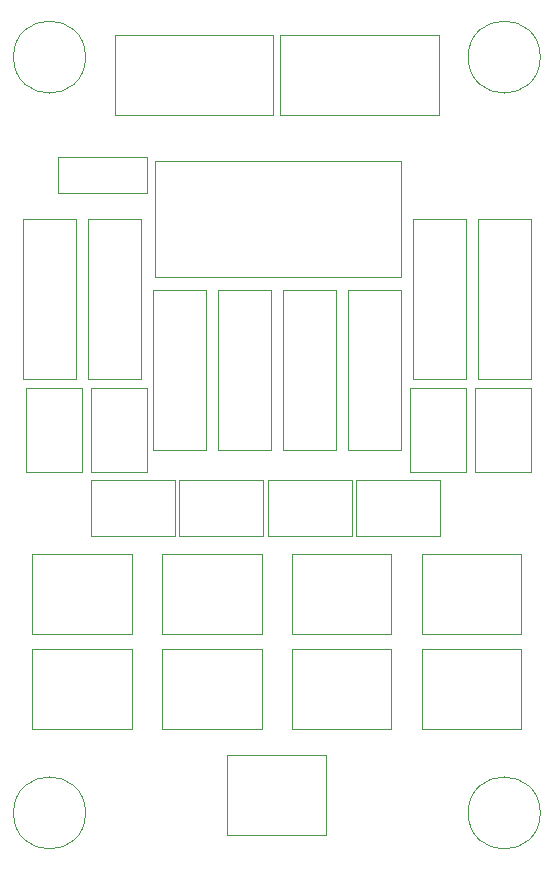
<source format=gbr>
G04 #@! TF.GenerationSoftware,KiCad,Pcbnew,(5.1.4)-1*
G04 #@! TF.CreationDate,2020-08-17T12:14:14+03:00*
G04 #@! TF.ProjectId,8_switch_array,385f7377-6974-4636-985f-61727261792e,rev?*
G04 #@! TF.SameCoordinates,Original*
G04 #@! TF.FileFunction,Other,User*
%FSLAX46Y46*%
G04 Gerber Fmt 4.6, Leading zero omitted, Abs format (unit mm)*
G04 Created by KiCad (PCBNEW (5.1.4)-1) date 2020-08-17 12:14:14*
%MOMM*%
%LPD*%
G04 APERTURE LIST*
%ADD10C,0.050000*%
G04 APERTURE END LIST*
D10*
X136450000Y-55600000D02*
X157300000Y-55600000D01*
X157300000Y-55600000D02*
X157300000Y-45800000D01*
X157300000Y-45800000D02*
X136450000Y-45800000D01*
X136450000Y-45800000D02*
X136450000Y-55600000D01*
X128250000Y-48500000D02*
X135750000Y-48500000D01*
X128250000Y-45500000D02*
X128250000Y-48500000D01*
X135750000Y-45500000D02*
X128250000Y-45500000D01*
X135750000Y-48500000D02*
X135750000Y-45500000D01*
X157990000Y-72090000D02*
X157990000Y-64990000D01*
X157990000Y-72090000D02*
X162730000Y-72090000D01*
X162730000Y-64990000D02*
X157990000Y-64990000D01*
X162730000Y-64990000D02*
X162730000Y-72090000D01*
X168250000Y-64250000D02*
X168250000Y-50750000D01*
X163750000Y-64250000D02*
X168250000Y-64250000D01*
X163750000Y-50750000D02*
X163750000Y-64250000D01*
X168250000Y-50750000D02*
X163750000Y-50750000D01*
X162750000Y-64250000D02*
X162750000Y-50750000D01*
X158250000Y-64250000D02*
X162750000Y-64250000D01*
X158250000Y-50750000D02*
X158250000Y-64250000D01*
X162750000Y-50750000D02*
X158250000Y-50750000D01*
X146250000Y-70250000D02*
X146250000Y-56750000D01*
X141750000Y-70250000D02*
X146250000Y-70250000D01*
X141750000Y-56750000D02*
X141750000Y-70250000D01*
X146250000Y-56750000D02*
X141750000Y-56750000D01*
X140750000Y-70250000D02*
X140750000Y-56750000D01*
X136250000Y-70250000D02*
X140750000Y-70250000D01*
X136250000Y-56750000D02*
X136250000Y-70250000D01*
X140750000Y-56750000D02*
X136250000Y-56750000D01*
X163490000Y-72090000D02*
X163490000Y-64990000D01*
X163490000Y-72090000D02*
X168230000Y-72090000D01*
X168230000Y-64990000D02*
X163490000Y-64990000D01*
X168230000Y-64990000D02*
X168230000Y-72090000D01*
X145590000Y-77510000D02*
X138490000Y-77510000D01*
X145590000Y-77510000D02*
X145590000Y-72770000D01*
X138490000Y-72770000D02*
X138490000Y-77510000D01*
X138490000Y-72770000D02*
X145590000Y-72770000D01*
X138090000Y-77510000D02*
X130990000Y-77510000D01*
X138090000Y-77510000D02*
X138090000Y-72770000D01*
X130990000Y-72770000D02*
X130990000Y-77510000D01*
X130990000Y-72770000D02*
X138090000Y-72770000D01*
X159050000Y-93850000D02*
X167450000Y-93850000D01*
X159050000Y-87100000D02*
X159050000Y-93850000D01*
X167450000Y-87100000D02*
X159050000Y-87100000D01*
X167450000Y-93850000D02*
X167450000Y-87100000D01*
X148050000Y-93850000D02*
X156450000Y-93850000D01*
X148050000Y-87100000D02*
X148050000Y-93850000D01*
X156450000Y-87100000D02*
X148050000Y-87100000D01*
X156450000Y-93850000D02*
X156450000Y-87100000D01*
X159050000Y-85850000D02*
X167450000Y-85850000D01*
X159050000Y-79100000D02*
X159050000Y-85850000D01*
X167450000Y-79100000D02*
X159050000Y-79100000D01*
X167450000Y-85850000D02*
X167450000Y-79100000D01*
X148050000Y-85850000D02*
X156450000Y-85850000D01*
X148050000Y-79100000D02*
X148050000Y-85850000D01*
X156450000Y-79100000D02*
X148050000Y-79100000D01*
X156450000Y-85850000D02*
X156450000Y-79100000D01*
X169050000Y-37000000D02*
G75*
G03X169050000Y-37000000I-3050000J0D01*
G01*
X169050000Y-101000000D02*
G75*
G03X169050000Y-101000000I-3050000J0D01*
G01*
X130550000Y-101000000D02*
G75*
G03X130550000Y-101000000I-3050000J0D01*
G01*
X130550000Y-37000000D02*
G75*
G03X130550000Y-37000000I-3050000J0D01*
G01*
X135250000Y-64250000D02*
X135250000Y-50750000D01*
X130750000Y-64250000D02*
X135250000Y-64250000D01*
X130750000Y-50750000D02*
X130750000Y-64250000D01*
X135250000Y-50750000D02*
X130750000Y-50750000D01*
X151750000Y-70250000D02*
X151750000Y-56750000D01*
X147250000Y-70250000D02*
X151750000Y-70250000D01*
X147250000Y-56750000D02*
X147250000Y-70250000D01*
X151750000Y-56750000D02*
X147250000Y-56750000D01*
X129750000Y-64250000D02*
X129750000Y-50750000D01*
X125250000Y-64250000D02*
X129750000Y-64250000D01*
X125250000Y-50750000D02*
X125250000Y-64250000D01*
X129750000Y-50750000D02*
X125250000Y-50750000D01*
X157250000Y-70250000D02*
X157250000Y-56750000D01*
X152750000Y-70250000D02*
X157250000Y-70250000D01*
X152750000Y-56750000D02*
X152750000Y-70250000D01*
X157250000Y-56750000D02*
X152750000Y-56750000D01*
X130990000Y-72090000D02*
X130990000Y-64990000D01*
X130990000Y-72090000D02*
X135730000Y-72090000D01*
X135730000Y-64990000D02*
X130990000Y-64990000D01*
X135730000Y-64990000D02*
X135730000Y-72090000D01*
X153090000Y-77510000D02*
X145990000Y-77510000D01*
X153090000Y-77510000D02*
X153090000Y-72770000D01*
X145990000Y-72770000D02*
X145990000Y-77510000D01*
X145990000Y-72770000D02*
X153090000Y-72770000D01*
X125490000Y-72090000D02*
X125490000Y-64990000D01*
X125490000Y-72090000D02*
X130230000Y-72090000D01*
X130230000Y-64990000D02*
X125490000Y-64990000D01*
X130230000Y-64990000D02*
X130230000Y-72090000D01*
X160590000Y-77510000D02*
X153490000Y-77510000D01*
X160590000Y-77510000D02*
X160590000Y-72770000D01*
X153490000Y-72770000D02*
X153490000Y-77510000D01*
X153490000Y-72770000D02*
X160590000Y-72770000D01*
X142550000Y-102850000D02*
X150950000Y-102850000D01*
X142550000Y-96100000D02*
X142550000Y-102850000D01*
X150950000Y-96100000D02*
X142550000Y-96100000D01*
X150950000Y-102850000D02*
X150950000Y-96100000D01*
X137050000Y-85850000D02*
X145450000Y-85850000D01*
X137050000Y-79100000D02*
X137050000Y-85850000D01*
X145450000Y-79100000D02*
X137050000Y-79100000D01*
X145450000Y-85850000D02*
X145450000Y-79100000D01*
X126050000Y-93850000D02*
X134450000Y-93850000D01*
X126050000Y-87100000D02*
X126050000Y-93850000D01*
X134450000Y-87100000D02*
X126050000Y-87100000D01*
X134450000Y-93850000D02*
X134450000Y-87100000D01*
X126050000Y-85850000D02*
X134450000Y-85850000D01*
X126050000Y-79100000D02*
X126050000Y-85850000D01*
X134450000Y-79100000D02*
X126050000Y-79100000D01*
X134450000Y-85850000D02*
X134450000Y-79100000D01*
X137050000Y-93850000D02*
X145450000Y-93850000D01*
X137050000Y-87100000D02*
X137050000Y-93850000D01*
X145450000Y-87100000D02*
X137050000Y-87100000D01*
X145450000Y-93850000D02*
X145450000Y-87100000D01*
X160450000Y-35150000D02*
X147050000Y-35150000D01*
X160450000Y-41900000D02*
X160450000Y-35150000D01*
X147050000Y-41900000D02*
X160450000Y-41900000D01*
X147050000Y-35150000D02*
X147050000Y-41900000D01*
X146450000Y-35150000D02*
X133050000Y-35150000D01*
X146450000Y-41900000D02*
X146450000Y-35150000D01*
X133050000Y-41900000D02*
X146450000Y-41900000D01*
X133050000Y-35150000D02*
X133050000Y-41900000D01*
M02*

</source>
